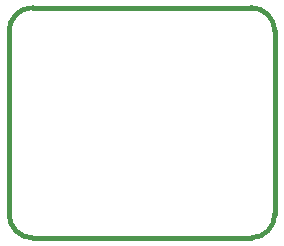
<source format=gbr>
%FSLAX34Y34*%
G04 Gerber Fmt 3.4, Leading zero omitted, Abs format*
G04 (created by PCBNEW (2014-03-19 BZR 4756)-product) date Tue 19 Aug 2014 23:13:18 BST*
%MOIN*%
G01*
G70*
G90*
G04 APERTURE LIST*
%ADD10C,0.005906*%
%ADD11C,0.015000*%
G04 APERTURE END LIST*
G54D10*
G54D11*
X97047Y-19093D02*
X98425Y-19093D01*
X97047Y-26770D02*
X98425Y-26770D01*
X97047Y-19093D02*
X91142Y-19093D01*
X99212Y-19881D02*
G75*
G03X98425Y-19093I-787J0D01*
G74*
G01*
X99212Y-25983D02*
X99212Y-19881D01*
X90354Y-20078D02*
X90354Y-19881D01*
X91142Y-19093D02*
G75*
G03X90354Y-19881I0J-787D01*
G74*
G01*
X90354Y-25983D02*
X90354Y-20078D01*
X97047Y-26770D02*
X96653Y-26770D01*
X98425Y-26770D02*
G75*
G03X99212Y-25983I0J787D01*
G74*
G01*
X91142Y-26770D02*
X96653Y-26770D01*
X90354Y-25983D02*
G75*
G03X91142Y-26770I787J0D01*
G74*
G01*
M02*

</source>
